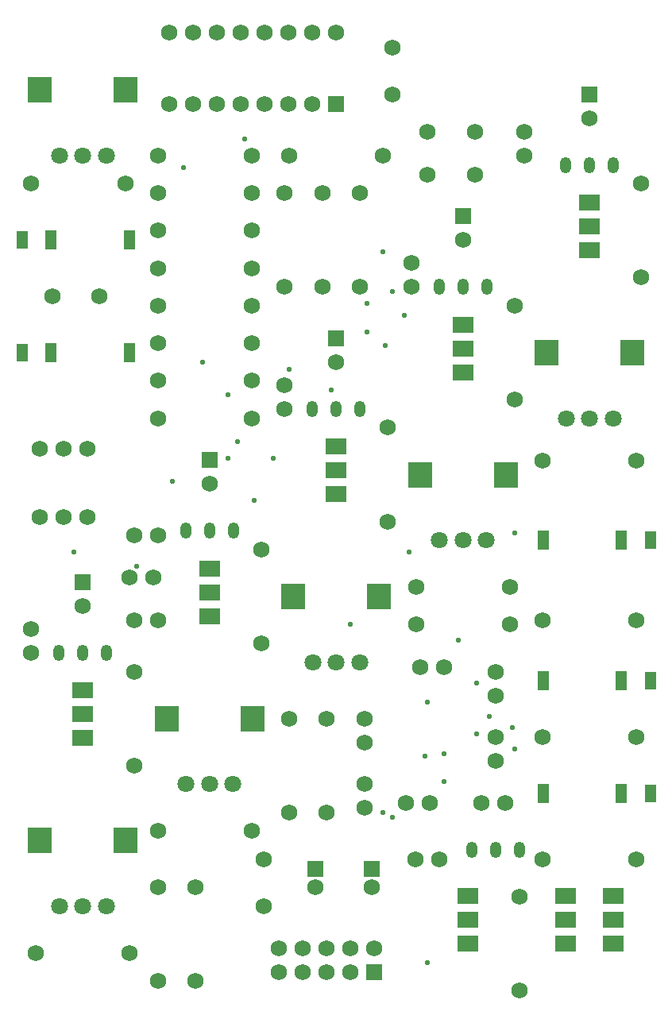
<source format=gts>
G04*
G04 #@! TF.GenerationSoftware,Altium Limited,Altium Designer,25.8.1 (18)*
G04*
G04 Layer_Color=8388736*
%FSLAX44Y44*%
%MOMM*%
G71*
G04*
G04 #@! TF.SameCoordinates,F1EE7967-946D-41B3-A8E5-45C9097F8446*
G04*
G04*
G04 #@! TF.FilePolarity,Negative*
G04*
G01*
G75*
%ADD12O,1.2032X1.7272*%
%ADD13C,1.7272*%
%ADD14R,1.7272X1.7272*%
%ADD15R,1.3032X1.9032*%
%ADD16R,1.3032X2.1032*%
%ADD17R,2.3032X1.8032*%
%ADD18C,1.8032*%
%ADD19R,2.6032X2.7032*%
%ADD20C,0.5532*%
D12*
X54600Y380000D02*
D03*
X105400D02*
D03*
X80000D02*
D03*
X189600Y510000D02*
D03*
X240400D02*
D03*
X215000D02*
D03*
X324600Y640000D02*
D03*
X375400D02*
D03*
X350000D02*
D03*
X459600Y770000D02*
D03*
X510400D02*
D03*
X485000D02*
D03*
X594600Y900000D02*
D03*
X645400D02*
D03*
X620000D02*
D03*
X545400Y170000D02*
D03*
X494600D02*
D03*
X520000D02*
D03*
D13*
X620000Y950000D02*
D03*
X485000Y820000D02*
D03*
X350000Y690000D02*
D03*
X215000Y560000D02*
D03*
X80000Y430000D02*
D03*
X410000Y1025000D02*
D03*
Y975000D02*
D03*
X350000Y1041200D02*
D03*
X299200D02*
D03*
X273800D02*
D03*
X324600D02*
D03*
X299200Y965000D02*
D03*
X273800D02*
D03*
X324600D02*
D03*
X248400Y1041200D02*
D03*
X197600D02*
D03*
X172200D02*
D03*
X223000D02*
D03*
X248400Y965000D02*
D03*
X223000D02*
D03*
X172200D02*
D03*
X197600D02*
D03*
X135000Y505000D02*
D03*
X160400D02*
D03*
X59600Y597500D02*
D03*
X85000D02*
D03*
X34200D02*
D03*
X160000Y415000D02*
D03*
X134600D02*
D03*
X155000Y460000D02*
D03*
X129600D02*
D03*
X535000Y450000D02*
D03*
X435000D02*
D03*
X535000Y410000D02*
D03*
X435000D02*
D03*
X545000Y20000D02*
D03*
Y120000D02*
D03*
X675000Y880000D02*
D03*
X447500Y935000D02*
D03*
X497500D02*
D03*
X160000Y910000D02*
D03*
X675000Y780000D02*
D03*
X540000Y650000D02*
D03*
X125000Y880000D02*
D03*
X25000D02*
D03*
X260000Y830000D02*
D03*
X160000D02*
D03*
X570000Y160000D02*
D03*
X260000Y870000D02*
D03*
X160000D02*
D03*
X260000Y910000D02*
D03*
X97500Y760000D02*
D03*
X295000Y870000D02*
D03*
X550000Y935000D02*
D03*
X430000Y795400D02*
D03*
X295000Y665400D02*
D03*
X25000Y405400D02*
D03*
X450000Y220000D02*
D03*
X200000Y130000D02*
D03*
X497500Y890000D02*
D03*
X387500Y130000D02*
D03*
X439600Y365000D02*
D03*
X465000D02*
D03*
X135000Y260000D02*
D03*
Y360000D02*
D03*
X270000Y390000D02*
D03*
Y490000D02*
D03*
X405000Y520000D02*
D03*
Y620000D02*
D03*
X540000Y750000D02*
D03*
X550000Y909600D02*
D03*
X430000Y770000D02*
D03*
X25000Y380000D02*
D03*
X295000Y640000D02*
D03*
X424600Y220000D02*
D03*
X460000Y160000D02*
D03*
X434600D02*
D03*
X340000Y210000D02*
D03*
Y310000D02*
D03*
X380000Y240000D02*
D03*
Y214600D02*
D03*
Y284600D02*
D03*
Y310000D02*
D03*
X520000Y264600D02*
D03*
Y290000D02*
D03*
X504600Y220000D02*
D03*
X530000D02*
D03*
X520000Y334600D02*
D03*
Y360000D02*
D03*
X160000Y30000D02*
D03*
Y130000D02*
D03*
X670000Y160000D02*
D03*
X260000Y750000D02*
D03*
X160000D02*
D03*
X300000Y210000D02*
D03*
Y310000D02*
D03*
Y910000D02*
D03*
X400000D02*
D03*
X260000Y710000D02*
D03*
X160000D02*
D03*
X335000Y770000D02*
D03*
Y870000D02*
D03*
X130000Y60000D02*
D03*
X30000D02*
D03*
X570000Y415000D02*
D03*
X670000D02*
D03*
X260000Y630000D02*
D03*
X160000D02*
D03*
X47500Y760000D02*
D03*
X670000Y585000D02*
D03*
X570000D02*
D03*
X295000Y770000D02*
D03*
X85000Y525000D02*
D03*
X59600D02*
D03*
X34200D02*
D03*
X260000Y670000D02*
D03*
X160000D02*
D03*
X570000Y290000D02*
D03*
X670000D02*
D03*
X260000Y190000D02*
D03*
X160000D02*
D03*
X375000Y870000D02*
D03*
Y770000D02*
D03*
X260000Y790000D02*
D03*
X160000D02*
D03*
X447500Y890000D02*
D03*
X272500Y160000D02*
D03*
Y110000D02*
D03*
X390000Y65400D02*
D03*
X364600Y40000D02*
D03*
Y65400D02*
D03*
X339200Y40000D02*
D03*
Y65400D02*
D03*
X313800Y40000D02*
D03*
Y65400D02*
D03*
X288400Y40000D02*
D03*
Y65400D02*
D03*
X327500Y130000D02*
D03*
X200000Y30000D02*
D03*
D14*
X620000Y975400D02*
D03*
X485000Y845400D02*
D03*
X350000Y715400D02*
D03*
X215000Y585400D02*
D03*
X80000Y455400D02*
D03*
X350000Y965000D02*
D03*
X387500Y150000D02*
D03*
X390000Y40000D02*
D03*
X327500Y150000D02*
D03*
D15*
X684800Y500000D02*
D03*
Y350000D02*
D03*
Y230000D02*
D03*
X15200Y700000D02*
D03*
Y820000D02*
D03*
D16*
X653800Y500000D02*
D03*
X570800D02*
D03*
X653800Y350000D02*
D03*
X570800D02*
D03*
X653800Y230000D02*
D03*
X570800D02*
D03*
X129200Y820000D02*
D03*
X46200Y700000D02*
D03*
Y820000D02*
D03*
X129200Y700000D02*
D03*
D17*
X594600Y120800D02*
D03*
Y70000D02*
D03*
X645400Y120800D02*
D03*
Y95400D02*
D03*
Y70000D02*
D03*
X594600Y95400D02*
D03*
X620000Y809200D02*
D03*
X485000Y679200D02*
D03*
X490000Y70000D02*
D03*
Y95400D02*
D03*
Y120800D02*
D03*
X80000Y289200D02*
D03*
Y314600D02*
D03*
Y340000D02*
D03*
X215000Y419200D02*
D03*
Y444600D02*
D03*
Y470000D02*
D03*
X485000Y704600D02*
D03*
Y730000D02*
D03*
X620000Y834600D02*
D03*
Y860000D02*
D03*
X350000Y549200D02*
D03*
Y574600D02*
D03*
Y600000D02*
D03*
D18*
X645000Y630000D02*
D03*
X510000Y500000D02*
D03*
X595000Y630000D02*
D03*
X460000Y500000D02*
D03*
X325000Y370000D02*
D03*
X190000Y240000D02*
D03*
X55000Y110000D02*
D03*
X620000Y630000D02*
D03*
X485000Y500000D02*
D03*
X105000Y910000D02*
D03*
X80000D02*
D03*
X55000D02*
D03*
X105000Y110000D02*
D03*
X80000D02*
D03*
X240000Y240000D02*
D03*
X215000D02*
D03*
X375000Y370000D02*
D03*
X350000D02*
D03*
D19*
X665750Y700000D02*
D03*
X574250D02*
D03*
X530750Y570000D02*
D03*
X439250D02*
D03*
X125750Y980000D02*
D03*
X34250D02*
D03*
X125750Y180000D02*
D03*
X34250D02*
D03*
X260750Y310000D02*
D03*
X169250D02*
D03*
X395750Y440000D02*
D03*
X304250D02*
D03*
D20*
X137500Y472500D02*
D03*
X465000Y242500D02*
D03*
X537500Y300000D02*
D03*
X513053Y312457D02*
D03*
X500000Y347500D02*
D03*
X540000Y277500D02*
D03*
X499839Y293440D02*
D03*
X447500Y327500D02*
D03*
X365000Y410000D02*
D03*
X300000Y682500D02*
D03*
X282500Y587500D02*
D03*
X382500Y752500D02*
D03*
X540000Y507500D02*
D03*
X422500Y740000D02*
D03*
X207500Y690000D02*
D03*
X262500Y542500D02*
D03*
X235000Y587500D02*
D03*
X402500Y707500D02*
D03*
X345000Y660000D02*
D03*
X235000Y655000D02*
D03*
X245000Y605000D02*
D03*
X187500Y897500D02*
D03*
X252500Y927500D02*
D03*
X175000Y562500D02*
D03*
X465000Y272500D02*
D03*
X445000Y270000D02*
D03*
X382553Y721849D02*
D03*
X479996Y393087D02*
D03*
X427500Y487500D02*
D03*
X410000Y765000D02*
D03*
X400000Y807500D02*
D03*
X447500Y50000D02*
D03*
X70000Y487500D02*
D03*
X410000Y205000D02*
D03*
X400000Y210000D02*
D03*
M02*

</source>
